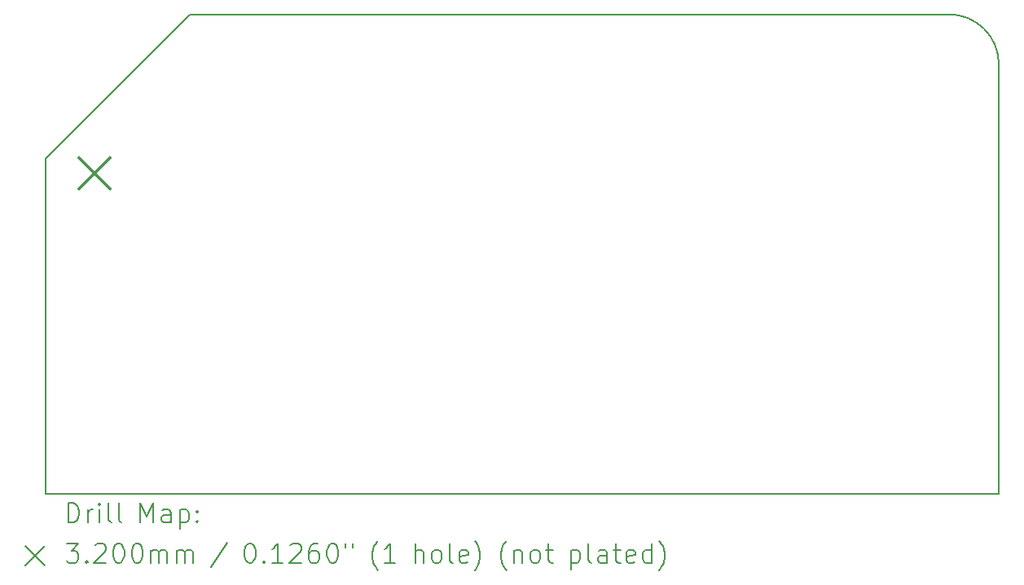
<source format=gbr>
%TF.GenerationSoftware,KiCad,Pcbnew,(7.0.0)*%
%TF.CreationDate,2024-06-02T18:05:42+02:00*%
%TF.ProjectId,rc-fabgl,72632d66-6162-4676-9c2e-6b696361645f,rev?*%
%TF.SameCoordinates,PX9157080PY9071968*%
%TF.FileFunction,Drillmap*%
%TF.FilePolarity,Positive*%
%FSLAX45Y45*%
G04 Gerber Fmt 4.5, Leading zero omitted, Abs format (unit mm)*
G04 Created by KiCad (PCBNEW (7.0.0)) date 2024-06-02 18:05:42*
%MOMM*%
%LPD*%
G01*
G04 APERTURE LIST*
%ADD10C,0.150000*%
%ADD11C,0.200000*%
%ADD12C,0.320000*%
G04 APERTURE END LIST*
D10*
X1501140Y4986020D02*
X0Y3484880D01*
X9391980Y4986020D02*
X1501140Y4986020D01*
X9910140Y4468020D02*
X9910140Y0D01*
X9909980Y4468020D02*
G75*
G03*
X9391980Y4986020I-518000J0D01*
G01*
X0Y3484880D02*
X0Y0D01*
X0Y0D02*
X9910140Y0D01*
D11*
D12*
X348000Y3495020D02*
X668000Y3175020D01*
X668000Y3495020D02*
X348000Y3175020D01*
D11*
X240119Y-300976D02*
X240119Y-100976D01*
X240119Y-100976D02*
X287738Y-100976D01*
X287738Y-100976D02*
X316310Y-110500D01*
X316310Y-110500D02*
X335357Y-129548D01*
X335357Y-129548D02*
X344881Y-148595D01*
X344881Y-148595D02*
X354405Y-186690D01*
X354405Y-186690D02*
X354405Y-215262D01*
X354405Y-215262D02*
X344881Y-253357D01*
X344881Y-253357D02*
X335357Y-272405D01*
X335357Y-272405D02*
X316310Y-291452D01*
X316310Y-291452D02*
X287738Y-300976D01*
X287738Y-300976D02*
X240119Y-300976D01*
X440119Y-300976D02*
X440119Y-167643D01*
X440119Y-205738D02*
X449643Y-186690D01*
X449643Y-186690D02*
X459167Y-177167D01*
X459167Y-177167D02*
X478214Y-167643D01*
X478214Y-167643D02*
X497262Y-167643D01*
X563929Y-300976D02*
X563929Y-167643D01*
X563929Y-100976D02*
X554405Y-110500D01*
X554405Y-110500D02*
X563929Y-120024D01*
X563929Y-120024D02*
X573452Y-110500D01*
X573452Y-110500D02*
X563929Y-100976D01*
X563929Y-100976D02*
X563929Y-120024D01*
X687738Y-300976D02*
X668690Y-291452D01*
X668690Y-291452D02*
X659167Y-272405D01*
X659167Y-272405D02*
X659167Y-100976D01*
X792500Y-300976D02*
X773452Y-291452D01*
X773452Y-291452D02*
X763928Y-272405D01*
X763928Y-272405D02*
X763928Y-100976D01*
X988690Y-300976D02*
X988690Y-100976D01*
X988690Y-100976D02*
X1055357Y-243833D01*
X1055357Y-243833D02*
X1122024Y-100976D01*
X1122024Y-100976D02*
X1122024Y-300976D01*
X1302976Y-300976D02*
X1302976Y-196214D01*
X1302976Y-196214D02*
X1293452Y-177167D01*
X1293452Y-177167D02*
X1274405Y-167643D01*
X1274405Y-167643D02*
X1236309Y-167643D01*
X1236309Y-167643D02*
X1217262Y-177167D01*
X1302976Y-291452D02*
X1283929Y-300976D01*
X1283929Y-300976D02*
X1236309Y-300976D01*
X1236309Y-300976D02*
X1217262Y-291452D01*
X1217262Y-291452D02*
X1207738Y-272405D01*
X1207738Y-272405D02*
X1207738Y-253357D01*
X1207738Y-253357D02*
X1217262Y-234309D01*
X1217262Y-234309D02*
X1236309Y-224786D01*
X1236309Y-224786D02*
X1283929Y-224786D01*
X1283929Y-224786D02*
X1302976Y-215262D01*
X1398214Y-167643D02*
X1398214Y-367643D01*
X1398214Y-177167D02*
X1417262Y-167643D01*
X1417262Y-167643D02*
X1455357Y-167643D01*
X1455357Y-167643D02*
X1474405Y-177167D01*
X1474405Y-177167D02*
X1483928Y-186690D01*
X1483928Y-186690D02*
X1493452Y-205738D01*
X1493452Y-205738D02*
X1493452Y-262881D01*
X1493452Y-262881D02*
X1483928Y-281929D01*
X1483928Y-281929D02*
X1474405Y-291452D01*
X1474405Y-291452D02*
X1455357Y-300976D01*
X1455357Y-300976D02*
X1417262Y-300976D01*
X1417262Y-300976D02*
X1398214Y-291452D01*
X1579167Y-281929D02*
X1588690Y-291452D01*
X1588690Y-291452D02*
X1579167Y-300976D01*
X1579167Y-300976D02*
X1569643Y-291452D01*
X1569643Y-291452D02*
X1579167Y-281929D01*
X1579167Y-281929D02*
X1579167Y-300976D01*
X1579167Y-177167D02*
X1588690Y-186690D01*
X1588690Y-186690D02*
X1579167Y-196214D01*
X1579167Y-196214D02*
X1569643Y-186690D01*
X1569643Y-186690D02*
X1579167Y-177167D01*
X1579167Y-177167D02*
X1579167Y-196214D01*
X-207500Y-547500D02*
X-7500Y-747500D01*
X-7500Y-547500D02*
X-207500Y-747500D01*
X221071Y-520976D02*
X344881Y-520976D01*
X344881Y-520976D02*
X278214Y-597167D01*
X278214Y-597167D02*
X306786Y-597167D01*
X306786Y-597167D02*
X325833Y-606690D01*
X325833Y-606690D02*
X335357Y-616214D01*
X335357Y-616214D02*
X344881Y-635262D01*
X344881Y-635262D02*
X344881Y-682881D01*
X344881Y-682881D02*
X335357Y-701928D01*
X335357Y-701928D02*
X325833Y-711452D01*
X325833Y-711452D02*
X306786Y-720976D01*
X306786Y-720976D02*
X249643Y-720976D01*
X249643Y-720976D02*
X230595Y-711452D01*
X230595Y-711452D02*
X221071Y-701928D01*
X430595Y-701928D02*
X440119Y-711452D01*
X440119Y-711452D02*
X430595Y-720976D01*
X430595Y-720976D02*
X421071Y-711452D01*
X421071Y-711452D02*
X430595Y-701928D01*
X430595Y-701928D02*
X430595Y-720976D01*
X516309Y-540024D02*
X525833Y-530500D01*
X525833Y-530500D02*
X544881Y-520976D01*
X544881Y-520976D02*
X592500Y-520976D01*
X592500Y-520976D02*
X611548Y-530500D01*
X611548Y-530500D02*
X621071Y-540024D01*
X621071Y-540024D02*
X630595Y-559071D01*
X630595Y-559071D02*
X630595Y-578119D01*
X630595Y-578119D02*
X621071Y-606690D01*
X621071Y-606690D02*
X506786Y-720976D01*
X506786Y-720976D02*
X630595Y-720976D01*
X754405Y-520976D02*
X773452Y-520976D01*
X773452Y-520976D02*
X792500Y-530500D01*
X792500Y-530500D02*
X802024Y-540024D01*
X802024Y-540024D02*
X811548Y-559071D01*
X811548Y-559071D02*
X821071Y-597167D01*
X821071Y-597167D02*
X821071Y-644786D01*
X821071Y-644786D02*
X811548Y-682881D01*
X811548Y-682881D02*
X802024Y-701928D01*
X802024Y-701928D02*
X792500Y-711452D01*
X792500Y-711452D02*
X773452Y-720976D01*
X773452Y-720976D02*
X754405Y-720976D01*
X754405Y-720976D02*
X735357Y-711452D01*
X735357Y-711452D02*
X725833Y-701928D01*
X725833Y-701928D02*
X716309Y-682881D01*
X716309Y-682881D02*
X706786Y-644786D01*
X706786Y-644786D02*
X706786Y-597167D01*
X706786Y-597167D02*
X716309Y-559071D01*
X716309Y-559071D02*
X725833Y-540024D01*
X725833Y-540024D02*
X735357Y-530500D01*
X735357Y-530500D02*
X754405Y-520976D01*
X944881Y-520976D02*
X963929Y-520976D01*
X963929Y-520976D02*
X982976Y-530500D01*
X982976Y-530500D02*
X992500Y-540024D01*
X992500Y-540024D02*
X1002024Y-559071D01*
X1002024Y-559071D02*
X1011548Y-597167D01*
X1011548Y-597167D02*
X1011548Y-644786D01*
X1011548Y-644786D02*
X1002024Y-682881D01*
X1002024Y-682881D02*
X992500Y-701928D01*
X992500Y-701928D02*
X982976Y-711452D01*
X982976Y-711452D02*
X963929Y-720976D01*
X963929Y-720976D02*
X944881Y-720976D01*
X944881Y-720976D02*
X925833Y-711452D01*
X925833Y-711452D02*
X916309Y-701928D01*
X916309Y-701928D02*
X906786Y-682881D01*
X906786Y-682881D02*
X897262Y-644786D01*
X897262Y-644786D02*
X897262Y-597167D01*
X897262Y-597167D02*
X906786Y-559071D01*
X906786Y-559071D02*
X916309Y-540024D01*
X916309Y-540024D02*
X925833Y-530500D01*
X925833Y-530500D02*
X944881Y-520976D01*
X1097262Y-720976D02*
X1097262Y-587643D01*
X1097262Y-606690D02*
X1106786Y-597167D01*
X1106786Y-597167D02*
X1125833Y-587643D01*
X1125833Y-587643D02*
X1154405Y-587643D01*
X1154405Y-587643D02*
X1173452Y-597167D01*
X1173452Y-597167D02*
X1182976Y-616214D01*
X1182976Y-616214D02*
X1182976Y-720976D01*
X1182976Y-616214D02*
X1192500Y-597167D01*
X1192500Y-597167D02*
X1211548Y-587643D01*
X1211548Y-587643D02*
X1240119Y-587643D01*
X1240119Y-587643D02*
X1259167Y-597167D01*
X1259167Y-597167D02*
X1268691Y-616214D01*
X1268691Y-616214D02*
X1268691Y-720976D01*
X1363929Y-720976D02*
X1363929Y-587643D01*
X1363929Y-606690D02*
X1373452Y-597167D01*
X1373452Y-597167D02*
X1392500Y-587643D01*
X1392500Y-587643D02*
X1421071Y-587643D01*
X1421071Y-587643D02*
X1440119Y-597167D01*
X1440119Y-597167D02*
X1449643Y-616214D01*
X1449643Y-616214D02*
X1449643Y-720976D01*
X1449643Y-616214D02*
X1459167Y-597167D01*
X1459167Y-597167D02*
X1478214Y-587643D01*
X1478214Y-587643D02*
X1506786Y-587643D01*
X1506786Y-587643D02*
X1525833Y-597167D01*
X1525833Y-597167D02*
X1535357Y-616214D01*
X1535357Y-616214D02*
X1535357Y-720976D01*
X1893452Y-511452D02*
X1722024Y-768595D01*
X2118214Y-520976D02*
X2137262Y-520976D01*
X2137262Y-520976D02*
X2156310Y-530500D01*
X2156310Y-530500D02*
X2165833Y-540024D01*
X2165833Y-540024D02*
X2175357Y-559071D01*
X2175357Y-559071D02*
X2184881Y-597167D01*
X2184881Y-597167D02*
X2184881Y-644786D01*
X2184881Y-644786D02*
X2175357Y-682881D01*
X2175357Y-682881D02*
X2165833Y-701928D01*
X2165833Y-701928D02*
X2156310Y-711452D01*
X2156310Y-711452D02*
X2137262Y-720976D01*
X2137262Y-720976D02*
X2118214Y-720976D01*
X2118214Y-720976D02*
X2099167Y-711452D01*
X2099167Y-711452D02*
X2089643Y-701928D01*
X2089643Y-701928D02*
X2080119Y-682881D01*
X2080119Y-682881D02*
X2070595Y-644786D01*
X2070595Y-644786D02*
X2070595Y-597167D01*
X2070595Y-597167D02*
X2080119Y-559071D01*
X2080119Y-559071D02*
X2089643Y-540024D01*
X2089643Y-540024D02*
X2099167Y-530500D01*
X2099167Y-530500D02*
X2118214Y-520976D01*
X2270595Y-701928D02*
X2280119Y-711452D01*
X2280119Y-711452D02*
X2270595Y-720976D01*
X2270595Y-720976D02*
X2261072Y-711452D01*
X2261072Y-711452D02*
X2270595Y-701928D01*
X2270595Y-701928D02*
X2270595Y-720976D01*
X2470595Y-720976D02*
X2356310Y-720976D01*
X2413452Y-720976D02*
X2413452Y-520976D01*
X2413452Y-520976D02*
X2394405Y-549548D01*
X2394405Y-549548D02*
X2375357Y-568595D01*
X2375357Y-568595D02*
X2356310Y-578119D01*
X2546786Y-540024D02*
X2556310Y-530500D01*
X2556310Y-530500D02*
X2575357Y-520976D01*
X2575357Y-520976D02*
X2622976Y-520976D01*
X2622976Y-520976D02*
X2642024Y-530500D01*
X2642024Y-530500D02*
X2651548Y-540024D01*
X2651548Y-540024D02*
X2661072Y-559071D01*
X2661072Y-559071D02*
X2661072Y-578119D01*
X2661072Y-578119D02*
X2651548Y-606690D01*
X2651548Y-606690D02*
X2537262Y-720976D01*
X2537262Y-720976D02*
X2661072Y-720976D01*
X2832500Y-520976D02*
X2794405Y-520976D01*
X2794405Y-520976D02*
X2775357Y-530500D01*
X2775357Y-530500D02*
X2765833Y-540024D01*
X2765833Y-540024D02*
X2746786Y-568595D01*
X2746786Y-568595D02*
X2737262Y-606690D01*
X2737262Y-606690D02*
X2737262Y-682881D01*
X2737262Y-682881D02*
X2746786Y-701928D01*
X2746786Y-701928D02*
X2756310Y-711452D01*
X2756310Y-711452D02*
X2775357Y-720976D01*
X2775357Y-720976D02*
X2813452Y-720976D01*
X2813452Y-720976D02*
X2832500Y-711452D01*
X2832500Y-711452D02*
X2842024Y-701928D01*
X2842024Y-701928D02*
X2851548Y-682881D01*
X2851548Y-682881D02*
X2851548Y-635262D01*
X2851548Y-635262D02*
X2842024Y-616214D01*
X2842024Y-616214D02*
X2832500Y-606690D01*
X2832500Y-606690D02*
X2813452Y-597167D01*
X2813452Y-597167D02*
X2775357Y-597167D01*
X2775357Y-597167D02*
X2756310Y-606690D01*
X2756310Y-606690D02*
X2746786Y-616214D01*
X2746786Y-616214D02*
X2737262Y-635262D01*
X2975357Y-520976D02*
X2994405Y-520976D01*
X2994405Y-520976D02*
X3013452Y-530500D01*
X3013452Y-530500D02*
X3022976Y-540024D01*
X3022976Y-540024D02*
X3032500Y-559071D01*
X3032500Y-559071D02*
X3042024Y-597167D01*
X3042024Y-597167D02*
X3042024Y-644786D01*
X3042024Y-644786D02*
X3032500Y-682881D01*
X3032500Y-682881D02*
X3022976Y-701928D01*
X3022976Y-701928D02*
X3013452Y-711452D01*
X3013452Y-711452D02*
X2994405Y-720976D01*
X2994405Y-720976D02*
X2975357Y-720976D01*
X2975357Y-720976D02*
X2956310Y-711452D01*
X2956310Y-711452D02*
X2946786Y-701928D01*
X2946786Y-701928D02*
X2937262Y-682881D01*
X2937262Y-682881D02*
X2927738Y-644786D01*
X2927738Y-644786D02*
X2927738Y-597167D01*
X2927738Y-597167D02*
X2937262Y-559071D01*
X2937262Y-559071D02*
X2946786Y-540024D01*
X2946786Y-540024D02*
X2956310Y-530500D01*
X2956310Y-530500D02*
X2975357Y-520976D01*
X3118214Y-520976D02*
X3118214Y-559071D01*
X3194405Y-520976D02*
X3194405Y-559071D01*
X3457262Y-797167D02*
X3447738Y-787643D01*
X3447738Y-787643D02*
X3428691Y-759071D01*
X3428691Y-759071D02*
X3419167Y-740024D01*
X3419167Y-740024D02*
X3409643Y-711452D01*
X3409643Y-711452D02*
X3400119Y-663833D01*
X3400119Y-663833D02*
X3400119Y-625738D01*
X3400119Y-625738D02*
X3409643Y-578119D01*
X3409643Y-578119D02*
X3419167Y-549548D01*
X3419167Y-549548D02*
X3428691Y-530500D01*
X3428691Y-530500D02*
X3447738Y-501928D01*
X3447738Y-501928D02*
X3457262Y-492405D01*
X3638214Y-720976D02*
X3523929Y-720976D01*
X3581071Y-720976D02*
X3581071Y-520976D01*
X3581071Y-520976D02*
X3562024Y-549548D01*
X3562024Y-549548D02*
X3542976Y-568595D01*
X3542976Y-568595D02*
X3523929Y-578119D01*
X3843929Y-720976D02*
X3843929Y-520976D01*
X3929643Y-720976D02*
X3929643Y-616214D01*
X3929643Y-616214D02*
X3920119Y-597167D01*
X3920119Y-597167D02*
X3901072Y-587643D01*
X3901072Y-587643D02*
X3872500Y-587643D01*
X3872500Y-587643D02*
X3853452Y-597167D01*
X3853452Y-597167D02*
X3843929Y-606690D01*
X4053452Y-720976D02*
X4034405Y-711452D01*
X4034405Y-711452D02*
X4024881Y-701928D01*
X4024881Y-701928D02*
X4015357Y-682881D01*
X4015357Y-682881D02*
X4015357Y-625738D01*
X4015357Y-625738D02*
X4024881Y-606690D01*
X4024881Y-606690D02*
X4034405Y-597167D01*
X4034405Y-597167D02*
X4053452Y-587643D01*
X4053452Y-587643D02*
X4082024Y-587643D01*
X4082024Y-587643D02*
X4101072Y-597167D01*
X4101072Y-597167D02*
X4110595Y-606690D01*
X4110595Y-606690D02*
X4120119Y-625738D01*
X4120119Y-625738D02*
X4120119Y-682881D01*
X4120119Y-682881D02*
X4110595Y-701928D01*
X4110595Y-701928D02*
X4101072Y-711452D01*
X4101072Y-711452D02*
X4082024Y-720976D01*
X4082024Y-720976D02*
X4053452Y-720976D01*
X4234405Y-720976D02*
X4215357Y-711452D01*
X4215357Y-711452D02*
X4205834Y-692405D01*
X4205834Y-692405D02*
X4205834Y-520976D01*
X4386786Y-711452D02*
X4367738Y-720976D01*
X4367738Y-720976D02*
X4329643Y-720976D01*
X4329643Y-720976D02*
X4310595Y-711452D01*
X4310595Y-711452D02*
X4301072Y-692405D01*
X4301072Y-692405D02*
X4301072Y-616214D01*
X4301072Y-616214D02*
X4310595Y-597167D01*
X4310595Y-597167D02*
X4329643Y-587643D01*
X4329643Y-587643D02*
X4367738Y-587643D01*
X4367738Y-587643D02*
X4386786Y-597167D01*
X4386786Y-597167D02*
X4396310Y-616214D01*
X4396310Y-616214D02*
X4396310Y-635262D01*
X4396310Y-635262D02*
X4301072Y-654310D01*
X4462976Y-797167D02*
X4472500Y-787643D01*
X4472500Y-787643D02*
X4491548Y-759071D01*
X4491548Y-759071D02*
X4501072Y-740024D01*
X4501072Y-740024D02*
X4510595Y-711452D01*
X4510595Y-711452D02*
X4520119Y-663833D01*
X4520119Y-663833D02*
X4520119Y-625738D01*
X4520119Y-625738D02*
X4510595Y-578119D01*
X4510595Y-578119D02*
X4501072Y-549548D01*
X4501072Y-549548D02*
X4491548Y-530500D01*
X4491548Y-530500D02*
X4472500Y-501928D01*
X4472500Y-501928D02*
X4462976Y-492405D01*
X4792500Y-797167D02*
X4782976Y-787643D01*
X4782976Y-787643D02*
X4763929Y-759071D01*
X4763929Y-759071D02*
X4754405Y-740024D01*
X4754405Y-740024D02*
X4744881Y-711452D01*
X4744881Y-711452D02*
X4735357Y-663833D01*
X4735357Y-663833D02*
X4735357Y-625738D01*
X4735357Y-625738D02*
X4744881Y-578119D01*
X4744881Y-578119D02*
X4754405Y-549548D01*
X4754405Y-549548D02*
X4763929Y-530500D01*
X4763929Y-530500D02*
X4782976Y-501928D01*
X4782976Y-501928D02*
X4792500Y-492405D01*
X4868691Y-587643D02*
X4868691Y-720976D01*
X4868691Y-606690D02*
X4878214Y-597167D01*
X4878214Y-597167D02*
X4897262Y-587643D01*
X4897262Y-587643D02*
X4925834Y-587643D01*
X4925834Y-587643D02*
X4944881Y-597167D01*
X4944881Y-597167D02*
X4954405Y-616214D01*
X4954405Y-616214D02*
X4954405Y-720976D01*
X5078214Y-720976D02*
X5059167Y-711452D01*
X5059167Y-711452D02*
X5049643Y-701928D01*
X5049643Y-701928D02*
X5040119Y-682881D01*
X5040119Y-682881D02*
X5040119Y-625738D01*
X5040119Y-625738D02*
X5049643Y-606690D01*
X5049643Y-606690D02*
X5059167Y-597167D01*
X5059167Y-597167D02*
X5078214Y-587643D01*
X5078214Y-587643D02*
X5106786Y-587643D01*
X5106786Y-587643D02*
X5125834Y-597167D01*
X5125834Y-597167D02*
X5135357Y-606690D01*
X5135357Y-606690D02*
X5144881Y-625738D01*
X5144881Y-625738D02*
X5144881Y-682881D01*
X5144881Y-682881D02*
X5135357Y-701928D01*
X5135357Y-701928D02*
X5125834Y-711452D01*
X5125834Y-711452D02*
X5106786Y-720976D01*
X5106786Y-720976D02*
X5078214Y-720976D01*
X5202024Y-587643D02*
X5278214Y-587643D01*
X5230595Y-520976D02*
X5230595Y-692405D01*
X5230595Y-692405D02*
X5240119Y-711452D01*
X5240119Y-711452D02*
X5259167Y-720976D01*
X5259167Y-720976D02*
X5278214Y-720976D01*
X5464881Y-587643D02*
X5464881Y-787643D01*
X5464881Y-597167D02*
X5483929Y-587643D01*
X5483929Y-587643D02*
X5522024Y-587643D01*
X5522024Y-587643D02*
X5541072Y-597167D01*
X5541072Y-597167D02*
X5550595Y-606690D01*
X5550595Y-606690D02*
X5560119Y-625738D01*
X5560119Y-625738D02*
X5560119Y-682881D01*
X5560119Y-682881D02*
X5550595Y-701928D01*
X5550595Y-701928D02*
X5541072Y-711452D01*
X5541072Y-711452D02*
X5522024Y-720976D01*
X5522024Y-720976D02*
X5483929Y-720976D01*
X5483929Y-720976D02*
X5464881Y-711452D01*
X5674405Y-720976D02*
X5655357Y-711452D01*
X5655357Y-711452D02*
X5645833Y-692405D01*
X5645833Y-692405D02*
X5645833Y-520976D01*
X5836310Y-720976D02*
X5836310Y-616214D01*
X5836310Y-616214D02*
X5826786Y-597167D01*
X5826786Y-597167D02*
X5807738Y-587643D01*
X5807738Y-587643D02*
X5769643Y-587643D01*
X5769643Y-587643D02*
X5750595Y-597167D01*
X5836310Y-711452D02*
X5817262Y-720976D01*
X5817262Y-720976D02*
X5769643Y-720976D01*
X5769643Y-720976D02*
X5750595Y-711452D01*
X5750595Y-711452D02*
X5741072Y-692405D01*
X5741072Y-692405D02*
X5741072Y-673357D01*
X5741072Y-673357D02*
X5750595Y-654310D01*
X5750595Y-654310D02*
X5769643Y-644786D01*
X5769643Y-644786D02*
X5817262Y-644786D01*
X5817262Y-644786D02*
X5836310Y-635262D01*
X5902976Y-587643D02*
X5979167Y-587643D01*
X5931548Y-520976D02*
X5931548Y-692405D01*
X5931548Y-692405D02*
X5941072Y-711452D01*
X5941072Y-711452D02*
X5960119Y-720976D01*
X5960119Y-720976D02*
X5979167Y-720976D01*
X6122024Y-711452D02*
X6102976Y-720976D01*
X6102976Y-720976D02*
X6064881Y-720976D01*
X6064881Y-720976D02*
X6045833Y-711452D01*
X6045833Y-711452D02*
X6036310Y-692405D01*
X6036310Y-692405D02*
X6036310Y-616214D01*
X6036310Y-616214D02*
X6045833Y-597167D01*
X6045833Y-597167D02*
X6064881Y-587643D01*
X6064881Y-587643D02*
X6102976Y-587643D01*
X6102976Y-587643D02*
X6122024Y-597167D01*
X6122024Y-597167D02*
X6131548Y-616214D01*
X6131548Y-616214D02*
X6131548Y-635262D01*
X6131548Y-635262D02*
X6036310Y-654310D01*
X6302976Y-720976D02*
X6302976Y-520976D01*
X6302976Y-711452D02*
X6283929Y-720976D01*
X6283929Y-720976D02*
X6245833Y-720976D01*
X6245833Y-720976D02*
X6226786Y-711452D01*
X6226786Y-711452D02*
X6217262Y-701928D01*
X6217262Y-701928D02*
X6207738Y-682881D01*
X6207738Y-682881D02*
X6207738Y-625738D01*
X6207738Y-625738D02*
X6217262Y-606690D01*
X6217262Y-606690D02*
X6226786Y-597167D01*
X6226786Y-597167D02*
X6245833Y-587643D01*
X6245833Y-587643D02*
X6283929Y-587643D01*
X6283929Y-587643D02*
X6302976Y-597167D01*
X6379167Y-797167D02*
X6388691Y-787643D01*
X6388691Y-787643D02*
X6407738Y-759071D01*
X6407738Y-759071D02*
X6417262Y-740024D01*
X6417262Y-740024D02*
X6426786Y-711452D01*
X6426786Y-711452D02*
X6436310Y-663833D01*
X6436310Y-663833D02*
X6436310Y-625738D01*
X6436310Y-625738D02*
X6426786Y-578119D01*
X6426786Y-578119D02*
X6417262Y-549548D01*
X6417262Y-549548D02*
X6407738Y-530500D01*
X6407738Y-530500D02*
X6388691Y-501928D01*
X6388691Y-501928D02*
X6379167Y-492405D01*
M02*

</source>
